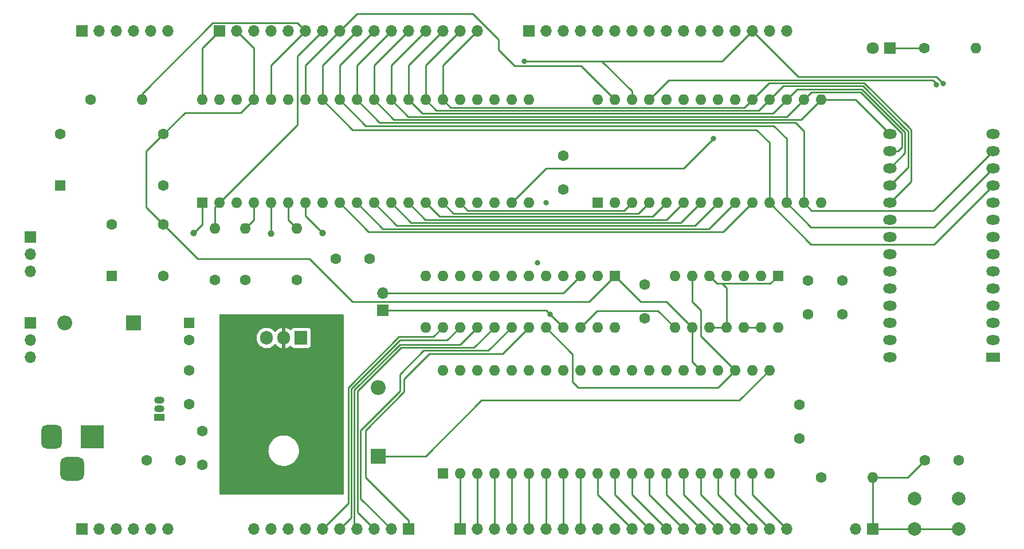
<source format=gtl>
G04 #@! TF.GenerationSoftware,KiCad,Pcbnew,7.0.8-7.0.8~ubuntu22.04.1*
G04 #@! TF.CreationDate,2023-11-11T15:44:52+10:00*
G04 #@! TF.ProjectId,MiniComputerBase,4d696e69-436f-46d7-9075-746572426173,rev?*
G04 #@! TF.SameCoordinates,Original*
G04 #@! TF.FileFunction,Copper,L1,Top*
G04 #@! TF.FilePolarity,Positive*
%FSLAX46Y46*%
G04 Gerber Fmt 4.6, Leading zero omitted, Abs format (unit mm)*
G04 Created by KiCad (PCBNEW 7.0.8-7.0.8~ubuntu22.04.1) date 2023-11-11 15:44:52*
%MOMM*%
%LPD*%
G01*
G04 APERTURE LIST*
G04 Aperture macros list*
%AMRoundRect*
0 Rectangle with rounded corners*
0 $1 Rounding radius*
0 $2 $3 $4 $5 $6 $7 $8 $9 X,Y pos of 4 corners*
0 Add a 4 corners polygon primitive as box body*
4,1,4,$2,$3,$4,$5,$6,$7,$8,$9,$2,$3,0*
0 Add four circle primitives for the rounded corners*
1,1,$1+$1,$2,$3*
1,1,$1+$1,$4,$5*
1,1,$1+$1,$6,$7*
1,1,$1+$1,$8,$9*
0 Add four rect primitives between the rounded corners*
20,1,$1+$1,$2,$3,$4,$5,0*
20,1,$1+$1,$4,$5,$6,$7,0*
20,1,$1+$1,$6,$7,$8,$9,0*
20,1,$1+$1,$8,$9,$2,$3,0*%
G04 Aperture macros list end*
G04 #@! TA.AperFunction,ComponentPad*
%ADD10C,1.600000*%
G04 #@! TD*
G04 #@! TA.AperFunction,ComponentPad*
%ADD11R,1.600000X1.600000*%
G04 #@! TD*
G04 #@! TA.AperFunction,ComponentPad*
%ADD12O,1.600000X1.600000*%
G04 #@! TD*
G04 #@! TA.AperFunction,ComponentPad*
%ADD13R,1.700000X1.700000*%
G04 #@! TD*
G04 #@! TA.AperFunction,ComponentPad*
%ADD14O,1.700000X1.700000*%
G04 #@! TD*
G04 #@! TA.AperFunction,ComponentPad*
%ADD15R,1.905000X2.000000*%
G04 #@! TD*
G04 #@! TA.AperFunction,ComponentPad*
%ADD16O,1.905000X2.000000*%
G04 #@! TD*
G04 #@! TA.AperFunction,SMDPad,CuDef*
%ADD17C,1.000000*%
G04 #@! TD*
G04 #@! TA.AperFunction,ComponentPad*
%ADD18C,2.000000*%
G04 #@! TD*
G04 #@! TA.AperFunction,ComponentPad*
%ADD19R,3.500000X3.500000*%
G04 #@! TD*
G04 #@! TA.AperFunction,ComponentPad*
%ADD20RoundRect,0.750000X-0.750000X-1.000000X0.750000X-1.000000X0.750000X1.000000X-0.750000X1.000000X0*%
G04 #@! TD*
G04 #@! TA.AperFunction,ComponentPad*
%ADD21RoundRect,0.875000X-0.875000X-0.875000X0.875000X-0.875000X0.875000X0.875000X-0.875000X0.875000X0*%
G04 #@! TD*
G04 #@! TA.AperFunction,ComponentPad*
%ADD22R,2.200000X2.200000*%
G04 #@! TD*
G04 #@! TA.AperFunction,ComponentPad*
%ADD23O,2.200000X2.200000*%
G04 #@! TD*
G04 #@! TA.AperFunction,ComponentPad*
%ADD24R,1.500000X1.050000*%
G04 #@! TD*
G04 #@! TA.AperFunction,ComponentPad*
%ADD25O,1.500000X1.050000*%
G04 #@! TD*
G04 #@! TA.AperFunction,ComponentPad*
%ADD26R,1.800000X1.800000*%
G04 #@! TD*
G04 #@! TA.AperFunction,ComponentPad*
%ADD27C,1.800000*%
G04 #@! TD*
G04 #@! TA.AperFunction,ComponentPad*
%ADD28R,2.000000X1.440000*%
G04 #@! TD*
G04 #@! TA.AperFunction,ComponentPad*
%ADD29O,2.000000X1.440000*%
G04 #@! TD*
G04 #@! TA.AperFunction,ViaPad*
%ADD30C,0.800000*%
G04 #@! TD*
G04 #@! TA.AperFunction,Conductor*
%ADD31C,0.250000*%
G04 #@! TD*
G04 APERTURE END LIST*
D10*
X91440000Y-87075000D03*
X91440000Y-92075000D03*
D11*
X91440000Y-53340000D03*
D12*
X93980000Y-53340000D03*
X96520000Y-53340000D03*
X99060000Y-53340000D03*
X101600000Y-53340000D03*
X104140000Y-53340000D03*
X106680000Y-53340000D03*
X109220000Y-53340000D03*
X111760000Y-53340000D03*
X114300000Y-53340000D03*
X116840000Y-53340000D03*
X119380000Y-53340000D03*
X121920000Y-53340000D03*
X124460000Y-53340000D03*
X127000000Y-53340000D03*
X129540000Y-53340000D03*
X132080000Y-53340000D03*
X134620000Y-53340000D03*
X137160000Y-53340000D03*
X139700000Y-53340000D03*
X139700000Y-38100000D03*
X137160000Y-38100000D03*
X134620000Y-38100000D03*
X132080000Y-38100000D03*
X129540000Y-38100000D03*
X127000000Y-38100000D03*
X124460000Y-38100000D03*
X121920000Y-38100000D03*
X119380000Y-38100000D03*
X116840000Y-38100000D03*
X114300000Y-38100000D03*
X111760000Y-38100000D03*
X109220000Y-38100000D03*
X106680000Y-38100000D03*
X104140000Y-38100000D03*
X101600000Y-38100000D03*
X99060000Y-38100000D03*
X96520000Y-38100000D03*
X93980000Y-38100000D03*
X91440000Y-38100000D03*
D13*
X93980000Y-27940000D03*
D14*
X96520000Y-27940000D03*
X99060000Y-27940000D03*
X101600000Y-27940000D03*
X104140000Y-27940000D03*
X106680000Y-27940000D03*
X109220000Y-27940000D03*
X111760000Y-27940000D03*
X114300000Y-27940000D03*
X116840000Y-27940000D03*
X119380000Y-27940000D03*
X121920000Y-27940000D03*
X124460000Y-27940000D03*
X127000000Y-27940000D03*
X129540000Y-27940000D03*
X132080000Y-27940000D03*
D10*
X74930000Y-38100000D03*
D12*
X82550000Y-38100000D03*
D11*
X89535000Y-71120000D03*
D10*
X89535000Y-73620000D03*
X93345000Y-64770000D03*
D12*
X93345000Y-57150000D03*
D13*
X139700000Y-27940000D03*
D14*
X142240000Y-27940000D03*
X144780000Y-27940000D03*
X147320000Y-27940000D03*
X149860000Y-27940000D03*
X152400000Y-27940000D03*
X154940000Y-27940000D03*
X157480000Y-27940000D03*
X160020000Y-27940000D03*
X162560000Y-27940000D03*
X165100000Y-27940000D03*
X167640000Y-27940000D03*
X170180000Y-27940000D03*
X172720000Y-27940000D03*
X175260000Y-27940000D03*
X177800000Y-27940000D03*
D13*
X129540000Y-101575000D03*
D14*
X132080000Y-101575000D03*
X134620000Y-101575000D03*
X137160000Y-101575000D03*
X139700000Y-101575000D03*
X142240000Y-101575000D03*
X144780000Y-101575000D03*
X147320000Y-101575000D03*
X149860000Y-101575000D03*
X152400000Y-101575000D03*
X154940000Y-101575000D03*
X157480000Y-101575000D03*
X160020000Y-101575000D03*
X162560000Y-101575000D03*
X165100000Y-101575000D03*
X167640000Y-101575000D03*
X170180000Y-101575000D03*
X172720000Y-101575000D03*
X175260000Y-101575000D03*
X177800000Y-101575000D03*
D10*
X180975000Y-69850000D03*
X180975000Y-64850000D03*
D11*
X70485000Y-50800000D03*
D10*
X85725000Y-50800000D03*
X85725000Y-43180000D03*
X70485000Y-43180000D03*
X97790000Y-64770000D03*
D12*
X97790000Y-57150000D03*
D13*
X118110000Y-69215000D03*
D14*
X118110000Y-66675000D03*
D13*
X121920000Y-101600000D03*
D14*
X119380000Y-101600000D03*
X116840000Y-101600000D03*
X114300000Y-101600000D03*
X111760000Y-101600000D03*
X109220000Y-101600000D03*
X106680000Y-101600000D03*
X104140000Y-101600000D03*
X101600000Y-101600000D03*
X99060000Y-101600000D03*
D11*
X176530000Y-64135000D03*
D12*
X173990000Y-64135000D03*
X171450000Y-64135000D03*
X168910000Y-64135000D03*
X166370000Y-64135000D03*
X163830000Y-64135000D03*
X161290000Y-64135000D03*
X161290000Y-71755000D03*
X163830000Y-71755000D03*
X166370000Y-71755000D03*
X168910000Y-71755000D03*
X171450000Y-71755000D03*
X173990000Y-71755000D03*
X176530000Y-71755000D03*
D10*
X83225000Y-91440000D03*
X88225000Y-91440000D03*
D11*
X152400000Y-64135000D03*
D12*
X149860000Y-64135000D03*
X147320000Y-64135000D03*
X144780000Y-64135000D03*
X142240000Y-64135000D03*
X139700000Y-64135000D03*
X137160000Y-64135000D03*
X134620000Y-64135000D03*
X132080000Y-64135000D03*
X129540000Y-64135000D03*
X127000000Y-64135000D03*
X124460000Y-64135000D03*
X124460000Y-71755000D03*
X127000000Y-71755000D03*
X129540000Y-71755000D03*
X132080000Y-71755000D03*
X134620000Y-71755000D03*
X137160000Y-71755000D03*
X139700000Y-71755000D03*
X142240000Y-71755000D03*
X144780000Y-71755000D03*
X147320000Y-71755000D03*
X149860000Y-71755000D03*
X152400000Y-71755000D03*
D10*
X198200000Y-91440000D03*
X203200000Y-91440000D03*
D15*
X106045000Y-73320000D03*
D16*
X103505000Y-73320000D03*
X100965000Y-73320000D03*
D10*
X198120000Y-30480000D03*
D12*
X205740000Y-30480000D03*
D17*
X90170000Y-57785000D03*
D18*
X196700000Y-97100000D03*
X203200000Y-97100000D03*
X196700000Y-101600000D03*
X203200000Y-101600000D03*
D11*
X149860000Y-53340000D03*
D12*
X152400000Y-53340000D03*
X154940000Y-53340000D03*
X157480000Y-53340000D03*
X160020000Y-53340000D03*
X162560000Y-53340000D03*
X165100000Y-53340000D03*
X167640000Y-53340000D03*
X170180000Y-53340000D03*
X172720000Y-53340000D03*
X175260000Y-53340000D03*
X177800000Y-53340000D03*
X180340000Y-53340000D03*
X182880000Y-53340000D03*
X182880000Y-38100000D03*
X180340000Y-38100000D03*
X177800000Y-38100000D03*
X175260000Y-38100000D03*
X172720000Y-38100000D03*
X170180000Y-38100000D03*
X167640000Y-38100000D03*
X165100000Y-38100000D03*
X162560000Y-38100000D03*
X160020000Y-38100000D03*
X157480000Y-38100000D03*
X154940000Y-38100000D03*
X152400000Y-38100000D03*
X149860000Y-38100000D03*
D10*
X144780000Y-46395000D03*
X144780000Y-51395000D03*
D17*
X109220000Y-57785000D03*
D10*
X182880000Y-93980000D03*
D12*
X190500000Y-93980000D03*
D13*
X66040000Y-71120000D03*
D14*
X66040000Y-73660000D03*
X66040000Y-76200000D03*
D13*
X66040000Y-58420000D03*
D14*
X66040000Y-60960000D03*
X66040000Y-63500000D03*
D10*
X111165000Y-61595000D03*
X116165000Y-61595000D03*
D19*
X75215000Y-87942500D03*
D20*
X69215000Y-87942500D03*
D21*
X72215000Y-92642500D03*
D10*
X105410000Y-64770000D03*
D12*
X105410000Y-57150000D03*
D10*
X89535000Y-83145000D03*
X89535000Y-78145000D03*
D22*
X81280000Y-71120000D03*
D23*
X71120000Y-71120000D03*
D11*
X127000000Y-93345000D03*
D12*
X129540000Y-93345000D03*
X132080000Y-93345000D03*
X134620000Y-93345000D03*
X137160000Y-93345000D03*
X139700000Y-93345000D03*
X142240000Y-93345000D03*
X144780000Y-93345000D03*
X147320000Y-93345000D03*
X149860000Y-93345000D03*
X152400000Y-93345000D03*
X154940000Y-93345000D03*
X157480000Y-93345000D03*
X160020000Y-93345000D03*
X162560000Y-93345000D03*
X165100000Y-93345000D03*
X167640000Y-93345000D03*
X170180000Y-93345000D03*
X172720000Y-93345000D03*
X175260000Y-93345000D03*
X175260000Y-78105000D03*
X172720000Y-78105000D03*
X170180000Y-78105000D03*
X167640000Y-78105000D03*
X165100000Y-78105000D03*
X162560000Y-78105000D03*
X160020000Y-78105000D03*
X157480000Y-78105000D03*
X154940000Y-78105000D03*
X152400000Y-78105000D03*
X149860000Y-78105000D03*
X147320000Y-78105000D03*
X144780000Y-78105000D03*
X142240000Y-78105000D03*
X139700000Y-78105000D03*
X137160000Y-78105000D03*
X134620000Y-78105000D03*
X132080000Y-78105000D03*
X129540000Y-78105000D03*
X127000000Y-78105000D03*
D24*
X85090000Y-85090000D03*
D25*
X85090000Y-83820000D03*
X85090000Y-82550000D03*
D10*
X156845000Y-70405000D03*
X156845000Y-65405000D03*
D26*
X193040000Y-30480000D03*
D27*
X190500000Y-30480000D03*
D10*
X186055000Y-69850000D03*
X186055000Y-64850000D03*
D17*
X101600000Y-57910000D03*
D10*
X179705000Y-88225000D03*
X179705000Y-83225000D03*
D13*
X190500000Y-101600000D03*
D14*
X187960000Y-101600000D03*
D13*
X73660000Y-101600000D03*
D14*
X76200000Y-101600000D03*
X78740000Y-101600000D03*
X81280000Y-101600000D03*
X83820000Y-101600000D03*
X86360000Y-101600000D03*
D28*
X208280000Y-76200000D03*
D29*
X208280000Y-73660000D03*
X208280000Y-71120000D03*
X208280000Y-68580000D03*
X208280000Y-66040000D03*
X208280000Y-63500000D03*
X208280000Y-60960000D03*
X208280000Y-58420000D03*
X208280000Y-55880000D03*
X208280000Y-53340000D03*
X208280000Y-50800000D03*
X208280000Y-48260000D03*
X208280000Y-45720000D03*
X208280000Y-43180000D03*
X193040000Y-43180000D03*
X193040000Y-45720000D03*
X193040000Y-48260000D03*
X193040000Y-50800000D03*
X193040000Y-53340000D03*
X193040000Y-55880000D03*
X193040000Y-58420000D03*
X193040000Y-60960000D03*
X193040000Y-63500000D03*
X193040000Y-66040000D03*
X193040000Y-68580000D03*
X193040000Y-71120000D03*
X193040000Y-73660000D03*
X193040000Y-76200000D03*
D13*
X73660000Y-27940000D03*
D14*
X76200000Y-27940000D03*
X78740000Y-27940000D03*
X81280000Y-27940000D03*
X83820000Y-27940000D03*
X86360000Y-27940000D03*
D22*
X117475000Y-90805000D03*
D23*
X117475000Y-80645000D03*
D11*
X78105000Y-64135000D03*
D10*
X85725000Y-64135000D03*
X85725000Y-56515000D03*
X78105000Y-56515000D03*
D30*
X199936158Y-35827081D03*
X200925000Y-35681490D03*
X97790000Y-90805000D03*
X101600000Y-86995000D03*
X103505000Y-92710000D03*
X99695000Y-79375000D03*
X97790000Y-86995000D03*
X101600000Y-83185000D03*
X109220000Y-77470000D03*
X105410000Y-83185000D03*
X111125000Y-92710000D03*
X105410000Y-86995000D03*
X99695000Y-83185000D03*
X103505000Y-79375000D03*
X107315000Y-81280000D03*
X95885000Y-92710000D03*
X99695000Y-90805000D03*
X99695000Y-77470000D03*
X99695000Y-85090000D03*
X97790000Y-81280000D03*
X101600000Y-94615000D03*
X105410000Y-79375000D03*
X107315000Y-79375000D03*
X103505000Y-86995000D03*
X101600000Y-92710000D03*
X97790000Y-83185000D03*
X109220000Y-94615000D03*
X95885000Y-79375000D03*
X95885000Y-77470000D03*
X111125000Y-90805000D03*
X101600000Y-85090000D03*
X95885000Y-90805000D03*
X97790000Y-92710000D03*
X109220000Y-81280000D03*
X95885000Y-86995000D03*
X95885000Y-88900000D03*
X103505000Y-81280000D03*
X97790000Y-85090000D03*
X111125000Y-77470000D03*
X109220000Y-88900000D03*
X99695000Y-86995000D03*
X107315000Y-77470000D03*
X99695000Y-88900000D03*
X105410000Y-77470000D03*
X101600000Y-77470000D03*
X99695000Y-81280000D03*
X95885000Y-83185000D03*
X95885000Y-81280000D03*
X111125000Y-81280000D03*
X95885000Y-94615000D03*
X99695000Y-94615000D03*
X97790000Y-88900000D03*
X103505000Y-83185000D03*
X109220000Y-90805000D03*
X111125000Y-83185000D03*
X101600000Y-79375000D03*
X111125000Y-79375000D03*
X107315000Y-90805000D03*
X103505000Y-94615000D03*
X103505000Y-85090000D03*
X107315000Y-94615000D03*
X107315000Y-83185000D03*
X99695000Y-92710000D03*
X109220000Y-92710000D03*
X105410000Y-92710000D03*
X111125000Y-88900000D03*
X97790000Y-79375000D03*
X97790000Y-77470000D03*
X107315000Y-85090000D03*
X107315000Y-86995000D03*
X109220000Y-83185000D03*
X109220000Y-85090000D03*
X107315000Y-92710000D03*
X107315000Y-88900000D03*
X101600000Y-81280000D03*
X109220000Y-79375000D03*
X105410000Y-94615000D03*
X95885000Y-85090000D03*
X111125000Y-86995000D03*
X111125000Y-85090000D03*
X103505000Y-77470000D03*
X105410000Y-85090000D03*
X97790000Y-94615000D03*
X109220000Y-86995000D03*
X111125000Y-94615000D03*
X105410000Y-81280000D03*
X167005000Y-43815000D03*
X139065000Y-32385000D03*
X140970000Y-62230000D03*
X142240000Y-53340000D03*
X142875000Y-69850000D03*
D31*
X199936158Y-35725158D02*
X199936158Y-35827081D01*
X199390000Y-35179000D02*
X199936158Y-35725158D01*
X199005000Y-35175000D02*
X199009000Y-35179000D01*
X199009000Y-35179000D02*
X199390000Y-35179000D01*
X172720000Y-27940000D02*
X179505000Y-34725000D01*
X179505000Y-34725000D02*
X199968510Y-34725000D01*
X199968510Y-34725000D02*
X200925000Y-35681490D01*
X91440000Y-38100000D02*
X91440000Y-33020000D01*
X203200000Y-101600000D02*
X196700000Y-101600000D01*
X190500000Y-101600000D02*
X196700000Y-101600000D01*
X190500000Y-93980000D02*
X195660000Y-93980000D01*
X190500000Y-93980000D02*
X190500000Y-101600000D01*
X91440000Y-30480000D02*
X91440000Y-33020000D01*
X195660000Y-93980000D02*
X198200000Y-91440000D01*
X93980000Y-27940000D02*
X91440000Y-30480000D01*
X193040000Y-30480000D02*
X198120000Y-30480000D01*
X175260000Y-53340000D02*
X175260000Y-44450000D01*
X175260000Y-44450000D02*
X173355000Y-42545000D01*
X114300000Y-27940000D02*
X109220000Y-33020000D01*
X109220000Y-38100000D02*
X109220000Y-35560000D01*
X113665000Y-42545000D02*
X109220000Y-38100000D01*
X199615000Y-59465000D02*
X208280000Y-50800000D01*
X109220000Y-33020000D02*
X109220000Y-35560000D01*
X175260000Y-53340000D02*
X181385000Y-59465000D01*
X181385000Y-59465000D02*
X199615000Y-59465000D01*
X173355000Y-42545000D02*
X113665000Y-42545000D01*
X177800000Y-53340000D02*
X177800000Y-43815000D01*
X111760000Y-38100000D02*
X111760000Y-35560000D01*
X175910000Y-41925000D02*
X115585000Y-41925000D01*
X177800000Y-53340000D02*
X181385000Y-56925000D01*
X177800000Y-43815000D02*
X175910000Y-41925000D01*
X116840000Y-27940000D02*
X111760000Y-33020000D01*
X115585000Y-41925000D02*
X111760000Y-38100000D01*
X199615000Y-56925000D02*
X208280000Y-48260000D01*
X181385000Y-56925000D02*
X199615000Y-56925000D01*
X111760000Y-33020000D02*
X111760000Y-35560000D01*
X180340000Y-42745000D02*
X179070000Y-41475000D01*
X179070000Y-41475000D02*
X117675000Y-41475000D01*
X180340000Y-53340000D02*
X180340000Y-42745000D01*
X117675000Y-41475000D02*
X114300000Y-38100000D01*
X199535000Y-54465000D02*
X208280000Y-45720000D01*
X114300000Y-33020000D02*
X114300000Y-38100000D01*
X180340000Y-53340000D02*
X181465000Y-54465000D01*
X119380000Y-27940000D02*
X114300000Y-33020000D01*
X181465000Y-54465000D02*
X199535000Y-54465000D01*
X119765000Y-41025000D02*
X116840000Y-38100000D01*
X182880000Y-38100000D02*
X179955000Y-41025000D01*
X187960000Y-38100000D02*
X193040000Y-43180000D01*
X116840000Y-33020000D02*
X116840000Y-35560000D01*
X116840000Y-38100000D02*
X116840000Y-35560000D01*
X179955000Y-41025000D02*
X119765000Y-41025000D01*
X121920000Y-27940000D02*
X116840000Y-33020000D01*
X182880000Y-38100000D02*
X187960000Y-38100000D01*
X119380000Y-38100000D02*
X119380000Y-35560000D01*
X194495000Y-42730000D02*
X194495000Y-42734188D01*
X121855000Y-40575000D02*
X119380000Y-38100000D01*
X188740000Y-36975000D02*
X194495000Y-42730000D01*
X181465000Y-36975000D02*
X188740000Y-36975000D01*
X177865000Y-40575000D02*
X121855000Y-40575000D01*
X119380000Y-33020000D02*
X119380000Y-35560000D01*
X193040000Y-45720000D02*
X194230000Y-45720000D01*
X180340000Y-38100000D02*
X181465000Y-36975000D01*
X124460000Y-27940000D02*
X119380000Y-33020000D01*
X180340000Y-38100000D02*
X177865000Y-40575000D01*
X194495000Y-42734188D02*
X194865000Y-43104188D01*
X194865000Y-43104188D02*
X194865000Y-45085000D01*
X194230000Y-45720000D02*
X194865000Y-45085000D01*
X127000000Y-27940000D02*
X121920000Y-33020000D01*
X195315000Y-45985000D02*
X195315000Y-42917792D01*
X121920000Y-38100000D02*
X121920000Y-35560000D01*
X188926396Y-36525000D02*
X179375000Y-36525000D01*
X194945000Y-42543604D02*
X188926396Y-36525000D01*
X123945000Y-40125000D02*
X121920000Y-38100000D01*
X177800000Y-38100000D02*
X175775000Y-40125000D01*
X175775000Y-40125000D02*
X123945000Y-40125000D01*
X195315000Y-42917792D02*
X194945000Y-42547792D01*
X193040000Y-48260000D02*
X195315000Y-45985000D01*
X179375000Y-36525000D02*
X177800000Y-38100000D01*
X121920000Y-33020000D02*
X121920000Y-35560000D01*
X194945000Y-42547792D02*
X194945000Y-42543604D01*
X195765000Y-42731396D02*
X195395000Y-42361396D01*
X124460000Y-33020000D02*
X124460000Y-35560000D01*
X189112792Y-36075000D02*
X177285000Y-36075000D01*
X193040000Y-50800000D02*
X195765000Y-48075000D01*
X195395000Y-42357208D02*
X189112792Y-36075000D01*
X173685000Y-39675000D02*
X126035000Y-39675000D01*
X177285000Y-36075000D02*
X175260000Y-38100000D01*
X195765000Y-48075000D02*
X195765000Y-42731396D01*
X124460000Y-38100000D02*
X124460000Y-35560000D01*
X126035000Y-39675000D02*
X124460000Y-38100000D01*
X129540000Y-27940000D02*
X124460000Y-33020000D01*
X175260000Y-38100000D02*
X173685000Y-39675000D01*
X195395000Y-42361396D02*
X195395000Y-42357208D01*
X127000000Y-33020000D02*
X127000000Y-35560000D01*
X175195000Y-35625000D02*
X189299188Y-35625000D01*
X127000000Y-38100000D02*
X127000000Y-35560000D01*
X171595000Y-39225000D02*
X128125000Y-39225000D01*
X132080000Y-27940000D02*
X127000000Y-33020000D01*
X128125000Y-39225000D02*
X127000000Y-38100000D01*
X196215000Y-42545000D02*
X196215000Y-50165000D01*
X195845000Y-42170812D02*
X195845000Y-42175000D01*
X172720000Y-38100000D02*
X175195000Y-35625000D01*
X196215000Y-50165000D02*
X193040000Y-53340000D01*
X195845000Y-42175000D02*
X196215000Y-42545000D01*
X172720000Y-38100000D02*
X171595000Y-39225000D01*
X189299188Y-35625000D02*
X195845000Y-42170812D01*
X116035000Y-57615000D02*
X111760000Y-53340000D01*
X172720000Y-53340000D02*
X168445000Y-57615000D01*
X168445000Y-57615000D02*
X116035000Y-57615000D01*
X166355000Y-57165000D02*
X118125000Y-57165000D01*
X118125000Y-57165000D02*
X114300000Y-53340000D01*
X170180000Y-53340000D02*
X166355000Y-57165000D01*
X164265000Y-56715000D02*
X120215000Y-56715000D01*
X167640000Y-53340000D02*
X164265000Y-56715000D01*
X120215000Y-56715000D02*
X116840000Y-53340000D01*
X162175000Y-56265000D02*
X122305000Y-56265000D01*
X122305000Y-56265000D02*
X119380000Y-53340000D01*
X165100000Y-53340000D02*
X162175000Y-56265000D01*
X160085000Y-55815000D02*
X124395000Y-55815000D01*
X124395000Y-55815000D02*
X121920000Y-53340000D01*
X162560000Y-53340000D02*
X160085000Y-55815000D01*
X157995000Y-55365000D02*
X126485000Y-55365000D01*
X126485000Y-55365000D02*
X124460000Y-53340000D01*
X160020000Y-53340000D02*
X157995000Y-55365000D01*
X157480000Y-53340000D02*
X155905000Y-54915000D01*
X155905000Y-54915000D02*
X128575000Y-54915000D01*
X128575000Y-54915000D02*
X127000000Y-53340000D01*
X130665000Y-54465000D02*
X129540000Y-53340000D01*
X154940000Y-53340000D02*
X153815000Y-54465000D01*
X153815000Y-54465000D02*
X130665000Y-54465000D01*
X157480000Y-38100000D02*
X160405000Y-35175000D01*
X160405000Y-35175000D02*
X199005000Y-35175000D01*
X137160000Y-53340000D02*
X142240000Y-48260000D01*
X159385000Y-48260000D02*
X162560000Y-48260000D01*
X162560000Y-48260000D02*
X167005000Y-43815000D01*
X142240000Y-48260000D02*
X159385000Y-48260000D01*
X150495000Y-32385000D02*
X139065000Y-32385000D01*
X172720000Y-27940000D02*
X170180000Y-30480000D01*
X154940000Y-38100000D02*
X154940000Y-36830000D01*
X154940000Y-36830000D02*
X150495000Y-32385000D01*
X170180000Y-30480000D02*
X168275000Y-32385000D01*
X168275000Y-32385000D02*
X150495000Y-32385000D01*
X118110000Y-66675000D02*
X144780000Y-66675000D01*
X144780000Y-66675000D02*
X147320000Y-64135000D01*
X171450000Y-71755000D02*
X173990000Y-71755000D01*
X168910000Y-65895000D02*
X168275000Y-65260000D01*
X176530000Y-64135000D02*
X175405000Y-65260000D01*
X166370000Y-71755000D02*
X168910000Y-71755000D01*
X168910000Y-71755000D02*
X168910000Y-65895000D01*
X175405000Y-65260000D02*
X168275000Y-65260000D01*
X167495000Y-65260000D02*
X166370000Y-64135000D01*
X168275000Y-65260000D02*
X167495000Y-65260000D01*
X158815000Y-69280000D02*
X161290000Y-71755000D01*
X147320000Y-71755000D02*
X149795000Y-69280000D01*
X149795000Y-69280000D02*
X158815000Y-69280000D01*
X142240000Y-69215000D02*
X142875000Y-69850000D01*
X118110000Y-69215000D02*
X142240000Y-69215000D01*
X142875000Y-69850000D02*
X144780000Y-71755000D01*
X165100000Y-73025000D02*
X165100000Y-69215000D01*
X163830000Y-64135000D02*
X163830000Y-67945000D01*
X142240000Y-71755000D02*
X146195000Y-75710000D01*
X163830000Y-67945000D02*
X165100000Y-69215000D01*
X167640000Y-80645000D02*
X170180000Y-78105000D01*
X170180000Y-78105000D02*
X165100000Y-73025000D01*
X146195000Y-79833878D02*
X147006122Y-80645000D01*
X146195000Y-75710000D02*
X146195000Y-79833878D01*
X166370000Y-80645000D02*
X167640000Y-80645000D01*
X147006122Y-80645000D02*
X166370000Y-80645000D01*
X115570000Y-86995000D02*
X121285000Y-81280000D01*
X121285000Y-81280000D02*
X121285000Y-79375000D01*
X125015000Y-75645000D02*
X135810000Y-75645000D01*
X121920000Y-100330000D02*
X115570000Y-93980000D01*
X121285000Y-79375000D02*
X125015000Y-75645000D01*
X115570000Y-93980000D02*
X115570000Y-86995000D01*
X135810000Y-75645000D02*
X139700000Y-71755000D01*
X121920000Y-101600000D02*
X121920000Y-100330000D01*
X124195000Y-75195000D02*
X133720000Y-75195000D01*
X120650000Y-81175000D02*
X120650000Y-78740000D01*
X114830000Y-86995000D02*
X120650000Y-81175000D01*
X114830000Y-97050000D02*
X114830000Y-86995000D01*
X120650000Y-78740000D02*
X124195000Y-75195000D01*
X119380000Y-101600000D02*
X114830000Y-97050000D01*
X133720000Y-75195000D02*
X137160000Y-71755000D01*
X114380000Y-81204188D02*
X120839188Y-74745000D01*
X131630000Y-74745000D02*
X134620000Y-71755000D01*
X114380000Y-99140000D02*
X114380000Y-81204188D01*
X116840000Y-101600000D02*
X114380000Y-99140000D01*
X120839188Y-74745000D02*
X131630000Y-74745000D01*
X120652792Y-74295000D02*
X129540000Y-74295000D01*
X113930000Y-81017792D02*
X120652792Y-74295000D01*
X113930000Y-101230000D02*
X113930000Y-81017792D01*
X129540000Y-74295000D02*
X132080000Y-71755000D01*
X114300000Y-101600000D02*
X113930000Y-101230000D01*
X127635000Y-73660000D02*
X129540000Y-71755000D01*
X113480000Y-80831396D02*
X120651396Y-73660000D01*
X111760000Y-101600000D02*
X113480000Y-99880000D01*
X120651396Y-73660000D02*
X127635000Y-73660000D01*
X113480000Y-99880000D02*
X113480000Y-80831396D01*
X125621406Y-73133594D02*
X127000000Y-71755000D01*
X120541406Y-73133594D02*
X125621406Y-73133594D01*
X113030000Y-95885000D02*
X113030000Y-80645000D01*
X109220000Y-101600000D02*
X113030000Y-97790000D01*
X113030000Y-80645000D02*
X120541406Y-73133594D01*
X113030000Y-97790000D02*
X113030000Y-95885000D01*
X83185000Y-45720000D02*
X83185000Y-53975000D01*
X97155000Y-40005000D02*
X99060000Y-38100000D01*
X99060000Y-30480000D02*
X99060000Y-33020000D01*
X85725000Y-43180000D02*
X83185000Y-45720000D01*
X113665000Y-67945000D02*
X148590000Y-67945000D01*
X156210000Y-67945000D02*
X160020000Y-67945000D01*
X90805000Y-61595000D02*
X107315000Y-61595000D01*
X152400000Y-64135000D02*
X156210000Y-67945000D01*
X88900000Y-40005000D02*
X97155000Y-40005000D01*
X96520000Y-27940000D02*
X99060000Y-30480000D01*
X148590000Y-67945000D02*
X152400000Y-64135000D01*
X160020000Y-67945000D02*
X163830000Y-71755000D01*
X165100000Y-78105000D02*
X163830000Y-76835000D01*
X85725000Y-43180000D02*
X88900000Y-40005000D01*
X85725000Y-56515000D02*
X90805000Y-61595000D01*
X107315000Y-61595000D02*
X113665000Y-67945000D01*
X83185000Y-53975000D02*
X85725000Y-56515000D01*
X99060000Y-38100000D02*
X99060000Y-33020000D01*
X163830000Y-76835000D02*
X163830000Y-71755000D01*
X99060000Y-55880000D02*
X97790000Y-57150000D01*
X99060000Y-53340000D02*
X99060000Y-55880000D01*
X104140000Y-53340000D02*
X104140000Y-55880000D01*
X104140000Y-55880000D02*
X105410000Y-57150000D01*
X93345000Y-53975000D02*
X93980000Y-53340000D01*
X93980000Y-53340000D02*
X105555000Y-41765000D01*
X93345000Y-57150000D02*
X93345000Y-53975000D01*
X109220000Y-27940000D02*
X105555000Y-31605000D01*
X105555000Y-31605000D02*
X105555000Y-34145000D01*
X105555000Y-41765000D02*
X105555000Y-34145000D01*
X106680000Y-27940000D02*
X105505000Y-26765000D01*
X92995380Y-26765000D02*
X82550000Y-37210380D01*
X82550000Y-37210380D02*
X82550000Y-38100000D01*
X106680000Y-27940000D02*
X101600000Y-33020000D01*
X105505000Y-26765000D02*
X92995380Y-26765000D01*
X101600000Y-33020000D02*
X101600000Y-38100000D01*
X111760000Y-27940000D02*
X114300000Y-25400000D01*
X147410000Y-33110000D02*
X152400000Y-38100000D01*
X131445000Y-25400000D02*
X135255000Y-29210000D01*
X137350190Y-32829810D02*
X137630380Y-33110000D01*
X135255000Y-29210000D02*
X135255000Y-30734620D01*
X135255000Y-30734620D02*
X137350190Y-32829810D01*
X137630380Y-33110000D02*
X147410000Y-33110000D01*
X114300000Y-25400000D02*
X131445000Y-25400000D01*
X111760000Y-27940000D02*
X106680000Y-33020000D01*
X106680000Y-38100000D02*
X106680000Y-35560000D01*
X106680000Y-33020000D02*
X106680000Y-35560000D01*
X132715000Y-82550000D02*
X170815000Y-82550000D01*
X124460000Y-90805000D02*
X132715000Y-82550000D01*
X117475000Y-90805000D02*
X124460000Y-90805000D01*
X170815000Y-82550000D02*
X175260000Y-78105000D01*
X172720000Y-93345000D02*
X172720000Y-96495000D01*
X172720000Y-96495000D02*
X177800000Y-101575000D01*
X170180000Y-96495000D02*
X175260000Y-101575000D01*
X170180000Y-93345000D02*
X170180000Y-96495000D01*
X167640000Y-96495000D02*
X172720000Y-101575000D01*
X167640000Y-93345000D02*
X167640000Y-96495000D01*
X165100000Y-96495000D02*
X170180000Y-101575000D01*
X165100000Y-93345000D02*
X165100000Y-96495000D01*
X162560000Y-93345000D02*
X162560000Y-96495000D01*
X162560000Y-96495000D02*
X167640000Y-101575000D01*
X160020000Y-93345000D02*
X160020000Y-96495000D01*
X160020000Y-96495000D02*
X165100000Y-101575000D01*
X157480000Y-93345000D02*
X157480000Y-96495000D01*
X157480000Y-96495000D02*
X162560000Y-101575000D01*
X154940000Y-96495000D02*
X160020000Y-101575000D01*
X154940000Y-93345000D02*
X154940000Y-96495000D01*
X152400000Y-96495000D02*
X157480000Y-101575000D01*
X152400000Y-93345000D02*
X152400000Y-96495000D01*
X149860000Y-96495000D02*
X154940000Y-101575000D01*
X149860000Y-93345000D02*
X149860000Y-96495000D01*
X147320000Y-93345000D02*
X147320000Y-101575000D01*
X144780000Y-93345000D02*
X144780000Y-101575000D01*
X142240000Y-93345000D02*
X142240000Y-101575000D01*
X139700000Y-93345000D02*
X139700000Y-101575000D01*
X137160000Y-93345000D02*
X137160000Y-101575000D01*
X134620000Y-93345000D02*
X134620000Y-101575000D01*
X132080000Y-93345000D02*
X132080000Y-101575000D01*
X129540000Y-93345000D02*
X129540000Y-101575000D01*
X106680000Y-55245000D02*
X109220000Y-57785000D01*
X106680000Y-53340000D02*
X106680000Y-55245000D01*
X91440000Y-53340000D02*
X91440000Y-56515000D01*
X91440000Y-56515000D02*
X90170000Y-57785000D01*
X101600000Y-53340000D02*
X101600000Y-57910000D01*
G04 #@! TA.AperFunction,Conductor*
G36*
X112338039Y-69869685D02*
G01*
X112383794Y-69922489D01*
X112395000Y-69974000D01*
X112395000Y-96396000D01*
X112375315Y-96463039D01*
X112322511Y-96508794D01*
X112271000Y-96520000D01*
X94104000Y-96520000D01*
X94036961Y-96500315D01*
X93991206Y-96447511D01*
X93980000Y-96396000D01*
X93980000Y-89980001D01*
X101249671Y-89980001D01*
X101251835Y-90013027D01*
X101251933Y-90019155D01*
X101250723Y-90055367D01*
X101250723Y-90055376D01*
X101261880Y-90166281D01*
X101268965Y-90274376D01*
X101268966Y-90274389D01*
X101276050Y-90310003D01*
X101276930Y-90315891D01*
X101280882Y-90355164D01*
X101305996Y-90460546D01*
X101326516Y-90563711D01*
X101326518Y-90563719D01*
X101339230Y-90601171D01*
X101340831Y-90606727D01*
X101350728Y-90648252D01*
X101350730Y-90648257D01*
X101350731Y-90648261D01*
X101388542Y-90746437D01*
X101413825Y-90820917D01*
X101421348Y-90843076D01*
X101440263Y-90881433D01*
X101442515Y-90886573D01*
X101459019Y-90929428D01*
X101459023Y-90929436D01*
X101508076Y-91018946D01*
X101551822Y-91107655D01*
X101551833Y-91107673D01*
X101577380Y-91145907D01*
X101580199Y-91150557D01*
X101603822Y-91193659D01*
X101603829Y-91193671D01*
X101661671Y-91272175D01*
X101663308Y-91274507D01*
X101704366Y-91335955D01*
X101715727Y-91352957D01*
X101748182Y-91389965D01*
X101751482Y-91394068D01*
X101782551Y-91436235D01*
X101848114Y-91504028D01*
X101850160Y-91506249D01*
X101910242Y-91574758D01*
X101945025Y-91605262D01*
X101949670Y-91609336D01*
X101953358Y-91612849D01*
X101992018Y-91652822D01*
X101992020Y-91652824D01*
X102019375Y-91674426D01*
X102063495Y-91709267D01*
X102065950Y-91711311D01*
X102132040Y-91769270D01*
X102132040Y-91769271D01*
X102178336Y-91800205D01*
X102182307Y-91803092D01*
X102228485Y-91839558D01*
X102304059Y-91884320D01*
X102306897Y-91886106D01*
X102358617Y-91920665D01*
X102377338Y-91933174D01*
X102394190Y-91941484D01*
X102430187Y-91959236D01*
X102434318Y-91961473D01*
X102468458Y-91981694D01*
X102487717Y-91993102D01*
X102487722Y-91993104D01*
X102487730Y-91993109D01*
X102565665Y-92026156D01*
X102568826Y-92027604D01*
X102641923Y-92063652D01*
X102700759Y-92083624D01*
X102705014Y-92085245D01*
X102765128Y-92110736D01*
X102843640Y-92132242D01*
X102847160Y-92133320D01*
X102921278Y-92158481D01*
X102979967Y-92170154D01*
X102985384Y-92171232D01*
X102989658Y-92172241D01*
X103055729Y-92190340D01*
X103133224Y-92200761D01*
X103137037Y-92201397D01*
X103210620Y-92216034D01*
X103279067Y-92220519D01*
X103283246Y-92220937D01*
X103354347Y-92230500D01*
X103429302Y-92230500D01*
X103433349Y-92230632D01*
X103465372Y-92232731D01*
X103504994Y-92235329D01*
X103505000Y-92235329D01*
X103505004Y-92235329D01*
X103515762Y-92234623D01*
X103577081Y-92230604D01*
X103580222Y-92230500D01*
X103580244Y-92230500D01*
X103653842Y-92225573D01*
X103799380Y-92216034D01*
X103799409Y-92216028D01*
X103800522Y-92215882D01*
X103804478Y-92215489D01*
X103805634Y-92215412D01*
X103948658Y-92186341D01*
X104088722Y-92158481D01*
X104089442Y-92158236D01*
X104097018Y-92156185D01*
X104100903Y-92155396D01*
X104235821Y-92108547D01*
X104368077Y-92063652D01*
X104371687Y-92061871D01*
X104378754Y-92058914D01*
X104385537Y-92056560D01*
X104510220Y-91993554D01*
X104632665Y-91933172D01*
X104638700Y-91929138D01*
X104645164Y-91925364D01*
X104654459Y-91920668D01*
X104767040Y-91843385D01*
X104877957Y-91769273D01*
X104885840Y-91762358D01*
X104891622Y-91757863D01*
X104902869Y-91750144D01*
X105001824Y-91660643D01*
X105099758Y-91574758D01*
X105108799Y-91564446D01*
X105113823Y-91559345D01*
X105126333Y-91548032D01*
X105210443Y-91448545D01*
X105294273Y-91352957D01*
X105303687Y-91338866D01*
X105307895Y-91333279D01*
X105320863Y-91317941D01*
X105320865Y-91317939D01*
X105389276Y-91210775D01*
X105458172Y-91107665D01*
X105467098Y-91089562D01*
X105470441Y-91083631D01*
X105482993Y-91063970D01*
X105535195Y-90951476D01*
X105588652Y-90843077D01*
X105596179Y-90820899D01*
X105598641Y-90814752D01*
X105609823Y-90790658D01*
X105645632Y-90675219D01*
X105683481Y-90563722D01*
X105688677Y-90537597D01*
X105690271Y-90531316D01*
X105699093Y-90502879D01*
X105718676Y-90386782D01*
X105741034Y-90274380D01*
X105742987Y-90244576D01*
X105743714Y-90238342D01*
X105749209Y-90205770D01*
X105753038Y-90091231D01*
X105755389Y-90055367D01*
X105760329Y-89980005D01*
X105760329Y-89980001D01*
X105760329Y-89980000D01*
X105758162Y-89946955D01*
X105758065Y-89940849D01*
X105759277Y-89904631D01*
X105748119Y-89793718D01*
X105741034Y-89685620D01*
X105733944Y-89649977D01*
X105733068Y-89644107D01*
X105729118Y-89604840D01*
X105729118Y-89604838D01*
X105704003Y-89499454D01*
X105683481Y-89396278D01*
X105670764Y-89358816D01*
X105669169Y-89353283D01*
X105659269Y-89311739D01*
X105621457Y-89213562D01*
X105588652Y-89116923D01*
X105569732Y-89078556D01*
X105567485Y-89073429D01*
X105550977Y-89030566D01*
X105519285Y-88972737D01*
X105501919Y-88941046D01*
X105458173Y-88852339D01*
X105458172Y-88852336D01*
X105432612Y-88814083D01*
X105429798Y-88809444D01*
X105406175Y-88766335D01*
X105348312Y-88687802D01*
X105346706Y-88685514D01*
X105294273Y-88607043D01*
X105261817Y-88570033D01*
X105258516Y-88565930D01*
X105227450Y-88523768D01*
X105227446Y-88523762D01*
X105207801Y-88503449D01*
X105161884Y-88455970D01*
X105159838Y-88453749D01*
X105099760Y-88385244D01*
X105060322Y-88350656D01*
X105056635Y-88347144D01*
X105017981Y-88307176D01*
X104946514Y-88250740D01*
X104944059Y-88248696D01*
X104877960Y-88190729D01*
X104831656Y-88159788D01*
X104827677Y-88156894D01*
X104781517Y-88120443D01*
X104766677Y-88111653D01*
X104705918Y-88075666D01*
X104703089Y-88073884D01*
X104632666Y-88026828D01*
X104579821Y-88000767D01*
X104575668Y-87998518D01*
X104522270Y-87966891D01*
X104522266Y-87966889D01*
X104522262Y-87966887D01*
X104492641Y-87954327D01*
X104444346Y-87933847D01*
X104441157Y-87932386D01*
X104368075Y-87896347D01*
X104309243Y-87876375D01*
X104304969Y-87874746D01*
X104266174Y-87858297D01*
X104244872Y-87849264D01*
X104244868Y-87849263D01*
X104244866Y-87849262D01*
X104166365Y-87827757D01*
X104162815Y-87826670D01*
X104088734Y-87801522D01*
X104088723Y-87801519D01*
X104088722Y-87801519D01*
X104024608Y-87788765D01*
X104020333Y-87787756D01*
X103954281Y-87769662D01*
X103954265Y-87769658D01*
X103876792Y-87759239D01*
X103872962Y-87758601D01*
X103826006Y-87749262D01*
X103799380Y-87743966D01*
X103799377Y-87743965D01*
X103799374Y-87743965D01*
X103730959Y-87739481D01*
X103726750Y-87739061D01*
X103692282Y-87734426D01*
X103655653Y-87729500D01*
X103655650Y-87729500D01*
X103580698Y-87729500D01*
X103576650Y-87729367D01*
X103544627Y-87727268D01*
X103505006Y-87724671D01*
X103505002Y-87724671D01*
X103505000Y-87724671D01*
X103456934Y-87727821D01*
X103432985Y-87729391D01*
X103429765Y-87729499D01*
X103356157Y-87734426D01*
X103210620Y-87743965D01*
X103209420Y-87744123D01*
X103205506Y-87744511D01*
X103204375Y-87744587D01*
X103204372Y-87744587D01*
X103204366Y-87744588D01*
X103061341Y-87773658D01*
X102921277Y-87801518D01*
X102921270Y-87801520D01*
X102920508Y-87801779D01*
X102912943Y-87803822D01*
X102909098Y-87804603D01*
X102845548Y-87826670D01*
X102774178Y-87851452D01*
X102728442Y-87866977D01*
X102641927Y-87896346D01*
X102641922Y-87896348D01*
X102638320Y-87898124D01*
X102631241Y-87901086D01*
X102624462Y-87903440D01*
X102499757Y-87966456D01*
X102377343Y-88026823D01*
X102377328Y-88026832D01*
X102371301Y-88030858D01*
X102364828Y-88034637D01*
X102355544Y-88039329D01*
X102242943Y-88116625D01*
X102178346Y-88159788D01*
X102132043Y-88190727D01*
X102124156Y-88197642D01*
X102118373Y-88202138D01*
X102107132Y-88209854D01*
X102008175Y-88299356D01*
X101910241Y-88385242D01*
X101901196Y-88395555D01*
X101896175Y-88400653D01*
X101883668Y-88411966D01*
X101799556Y-88511454D01*
X101715726Y-88607042D01*
X101706308Y-88621136D01*
X101702106Y-88626716D01*
X101689141Y-88642052D01*
X101689140Y-88642053D01*
X101620715Y-88749237D01*
X101551830Y-88852331D01*
X101542905Y-88870427D01*
X101539560Y-88876362D01*
X101527006Y-88896031D01*
X101474801Y-89008530D01*
X101421350Y-89116918D01*
X101421345Y-89116930D01*
X101413822Y-89139089D01*
X101411353Y-89145257D01*
X101400176Y-89169344D01*
X101400171Y-89169358D01*
X101364367Y-89284780D01*
X101326518Y-89396279D01*
X101326516Y-89396288D01*
X101321320Y-89422410D01*
X101319728Y-89428683D01*
X101310907Y-89457119D01*
X101310907Y-89457121D01*
X101291323Y-89573217D01*
X101276051Y-89650002D01*
X101268965Y-89685627D01*
X101268964Y-89685628D01*
X101267012Y-89715416D01*
X101266281Y-89721673D01*
X101260791Y-89754231D01*
X101256961Y-89868768D01*
X101249671Y-89980001D01*
X93980000Y-89980001D01*
X93980000Y-73427598D01*
X99512000Y-73427598D01*
X99526904Y-73607472D01*
X99526904Y-73607475D01*
X99526905Y-73607476D01*
X99586017Y-73840905D01*
X99682745Y-74061422D01*
X99814449Y-74263010D01*
X99977537Y-74440171D01*
X100133908Y-74561879D01*
X100167022Y-74587653D01*
X100167561Y-74588072D01*
X100332891Y-74677544D01*
X100378478Y-74702215D01*
X100379336Y-74702679D01*
X100497598Y-74743278D01*
X100607083Y-74780865D01*
X100607085Y-74780865D01*
X100607087Y-74780866D01*
X100844601Y-74820500D01*
X100844602Y-74820500D01*
X101085398Y-74820500D01*
X101085399Y-74820500D01*
X101322913Y-74780866D01*
X101550664Y-74702679D01*
X101762439Y-74588072D01*
X101952463Y-74440171D01*
X102115551Y-74263010D01*
X102131489Y-74238613D01*
X102184631Y-74193258D01*
X102253862Y-74183831D01*
X102317199Y-74213330D01*
X102339106Y-74238611D01*
X102354847Y-74262704D01*
X102354851Y-74262710D01*
X102517873Y-74439797D01*
X102517883Y-74439806D01*
X102707831Y-74587649D01*
X102707840Y-74587655D01*
X102919531Y-74702215D01*
X102919545Y-74702221D01*
X103147207Y-74780379D01*
X103255000Y-74798366D01*
X103255000Y-73811683D01*
X103283819Y-73829209D01*
X103429404Y-73870000D01*
X103542622Y-73870000D01*
X103654783Y-73854584D01*
X103755000Y-73811053D01*
X103755000Y-74798365D01*
X103862792Y-74780379D01*
X104090454Y-74702221D01*
X104090468Y-74702215D01*
X104302159Y-74587655D01*
X104302162Y-74587653D01*
X104444746Y-74476675D01*
X104509740Y-74451032D01*
X104578280Y-74464598D01*
X104628605Y-74513066D01*
X104637091Y-74531196D01*
X104648701Y-74562326D01*
X104648706Y-74562335D01*
X104734952Y-74677544D01*
X104734955Y-74677547D01*
X104850164Y-74763793D01*
X104850171Y-74763797D01*
X104985017Y-74814091D01*
X104985016Y-74814091D01*
X104991944Y-74814835D01*
X105044627Y-74820500D01*
X107045372Y-74820499D01*
X107104983Y-74814091D01*
X107239831Y-74763796D01*
X107355046Y-74677546D01*
X107441296Y-74562331D01*
X107491591Y-74427483D01*
X107498000Y-74367873D01*
X107497999Y-72272128D01*
X107491591Y-72212517D01*
X107486994Y-72200193D01*
X107441297Y-72077671D01*
X107441293Y-72077664D01*
X107355047Y-71962455D01*
X107355044Y-71962452D01*
X107239835Y-71876206D01*
X107239828Y-71876202D01*
X107104982Y-71825908D01*
X107104983Y-71825908D01*
X107045383Y-71819501D01*
X107045381Y-71819500D01*
X107045373Y-71819500D01*
X107045364Y-71819500D01*
X105044629Y-71819500D01*
X105044623Y-71819501D01*
X104985016Y-71825908D01*
X104850171Y-71876202D01*
X104850164Y-71876206D01*
X104734955Y-71962452D01*
X104734952Y-71962455D01*
X104648706Y-72077664D01*
X104648702Y-72077671D01*
X104637091Y-72108804D01*
X104595220Y-72164738D01*
X104529756Y-72189155D01*
X104461483Y-72174303D01*
X104444747Y-72163324D01*
X104302168Y-72052350D01*
X104302159Y-72052344D01*
X104090468Y-71937784D01*
X104090454Y-71937778D01*
X103862791Y-71859619D01*
X103755000Y-71841633D01*
X103755000Y-72828316D01*
X103726181Y-72810791D01*
X103580596Y-72770000D01*
X103467378Y-72770000D01*
X103355217Y-72785416D01*
X103255000Y-72828946D01*
X103255000Y-71841633D01*
X103254999Y-71841633D01*
X103147208Y-71859619D01*
X102919545Y-71937778D01*
X102919531Y-71937784D01*
X102707840Y-72052344D01*
X102707831Y-72052350D01*
X102517883Y-72200193D01*
X102517873Y-72200202D01*
X102354851Y-72377289D01*
X102354846Y-72377297D01*
X102339104Y-72401390D01*
X102285955Y-72446745D01*
X102216724Y-72456165D01*
X102153389Y-72426660D01*
X102131489Y-72401384D01*
X102115555Y-72376994D01*
X102067547Y-72324844D01*
X101952463Y-72199829D01*
X101795505Y-72077664D01*
X101762441Y-72051929D01*
X101550665Y-71937321D01*
X101550656Y-71937318D01*
X101322916Y-71859134D01*
X101123800Y-71825908D01*
X101085399Y-71819500D01*
X100844601Y-71819500D01*
X100806200Y-71825908D01*
X100607083Y-71859134D01*
X100379343Y-71937318D01*
X100379334Y-71937321D01*
X100167558Y-72051929D01*
X100094486Y-72108804D01*
X99977537Y-72199829D01*
X99977534Y-72199831D01*
X99977534Y-72199832D01*
X99814449Y-72376990D01*
X99682743Y-72578581D01*
X99586017Y-72799094D01*
X99526904Y-73032527D01*
X99512000Y-73212402D01*
X99512000Y-73427598D01*
X93980000Y-73427598D01*
X93980000Y-69974000D01*
X93999685Y-69906961D01*
X94052489Y-69861206D01*
X94104000Y-69850000D01*
X112271000Y-69850000D01*
X112338039Y-69869685D01*
G37*
G04 #@! TD.AperFunction*
M02*

</source>
